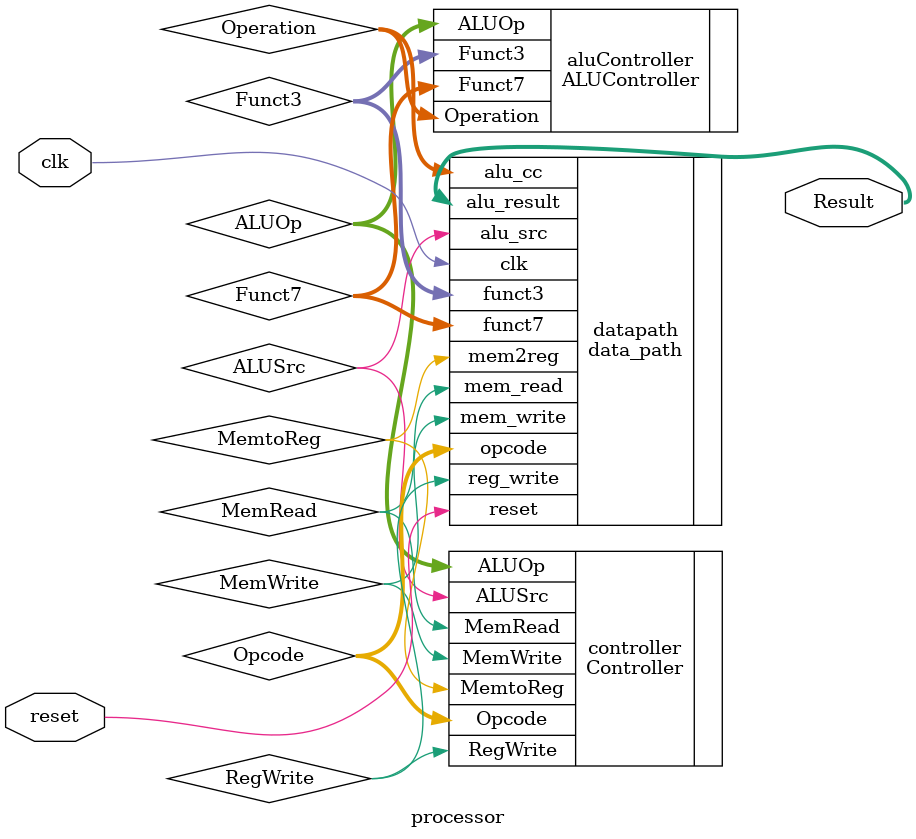
<source format=v>
`timescale 1ns / 1ps


module processor
(
input clk , reset ,
output [31:0] Result
);

// Define the input and output signals
wire    [6:0]   Funct7;
wire    [2:0]   Funct3;
wire    [6:0]   Opcode;
wire    [1:0]   ALUOp;
wire    [3:0]   Operation;
wire    RegWrite;
wire    ALUSrc;
wire    MemRead;
wire    MemWrite;
wire    MemtoReg;

// Define the processor modules behavior
data_path datapath(.clk         (   clk         ), 
                   .reset       (   reset       ), 
                   .reg_write   (   RegWrite    ), 
                   .mem2reg     (   MemtoReg    ),  
                   .alu_src     (   ALUSrc      ), 
                   .mem_write   (   MemWrite    ), 
                   .mem_read    (   MemRead     ), 
                   .alu_cc      (   Operation   ), 
                   .opcode      (   Opcode      ), 
                   .funct3      (   Funct3      ), 
                   .funct7      (   Funct7      ),  
                   .alu_result  (   Result      ));
                   
Controller controller(.Opcode   (   Opcode     ), 
                      .ALUOp    (   ALUOp      ), 
                      .RegWrite (   RegWrite   ), 
                      .ALUSrc   (   ALUSrc     ), 
                      .MemRead  (   MemRead    ), 
                      .MemWrite (   MemWrite   ), 
                      .MemtoReg (   MemtoReg   ));     

ALUController aluController(.ALUOp      (   ALUOp       ), 
                            .Funct3     (   Funct3      ), 
                            .Funct7     (   Funct7      ), 
                            .Operation  (   Operation   ));           
                    
                    
endmodule // processor


</source>
